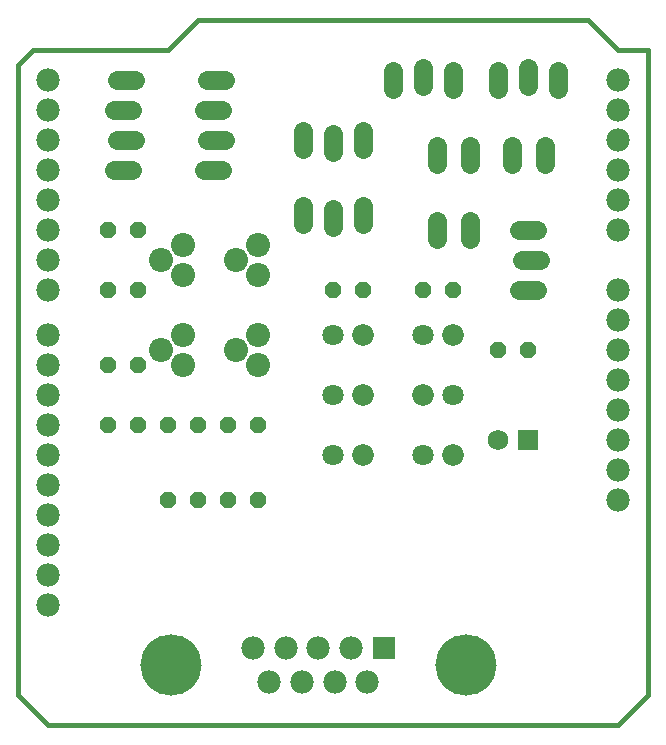
<source format=gbs>
G75*
%MOIN*%
%OFA0B0*%
%FSLAX24Y24*%
%IPPOS*%
%LPD*%
%AMOC8*
5,1,8,0,0,1.08239X$1,22.5*
%
%ADD10C,0.0160*%
%ADD11OC8,0.0560*%
%ADD12C,0.0707*%
%ADD13C,0.0721*%
%ADD14C,0.0806*%
%ADD15C,0.0690*%
%ADD16R,0.0690X0.0690*%
%ADD17C,0.0780*%
%ADD18R,0.0780X0.0780*%
%ADD19C,0.2040*%
%ADD20C,0.0640*%
D10*
X001500Y006252D02*
X000500Y007252D01*
X000500Y028252D01*
X001000Y028752D01*
X005500Y028752D01*
X006500Y029752D01*
X019500Y029752D01*
X020500Y028752D01*
X021500Y028752D01*
X021500Y007252D01*
X020500Y006252D01*
X001500Y006252D01*
D11*
X005500Y013752D03*
X006500Y013752D03*
X007500Y013752D03*
X008500Y013752D03*
X008500Y016252D03*
X007500Y016252D03*
X006500Y016252D03*
X005500Y016252D03*
X004500Y016252D03*
X003500Y016252D03*
X003500Y018252D03*
X004500Y018252D03*
X004500Y020752D03*
X003500Y020752D03*
X003500Y022752D03*
X004500Y022752D03*
X011000Y020752D03*
X012000Y020752D03*
X014000Y020752D03*
X015000Y020752D03*
X016500Y018752D03*
X017500Y018752D03*
D12*
X015000Y017252D03*
X014000Y015252D03*
X011000Y015252D03*
X011000Y017252D03*
X011000Y019252D03*
X014000Y019252D03*
D13*
X015000Y019252D03*
X014000Y017252D03*
X015000Y015252D03*
X012000Y015252D03*
X012000Y017252D03*
X012000Y019252D03*
D14*
X008500Y019252D03*
X007750Y018752D03*
X008500Y018252D03*
X008500Y021252D03*
X008500Y022252D03*
X007750Y021752D03*
X006000Y021252D03*
X005250Y021752D03*
X006000Y022252D03*
X006000Y019252D03*
X005250Y018752D03*
X006000Y018252D03*
D15*
X016500Y015752D03*
D16*
X017500Y015752D03*
D17*
X020500Y015752D03*
X020500Y014752D03*
X020500Y013752D03*
X020500Y016752D03*
X020500Y017752D03*
X020500Y018752D03*
X020500Y019752D03*
X020500Y020752D03*
X020500Y022752D03*
X020500Y023752D03*
X020500Y024752D03*
X020500Y025752D03*
X020500Y026752D03*
X020500Y027752D03*
X011591Y008811D03*
X012134Y007693D03*
X011043Y007693D03*
X010500Y008811D03*
X009957Y007693D03*
X009409Y008811D03*
X008866Y007693D03*
X008319Y008811D03*
X001500Y010252D03*
X001500Y011252D03*
X001500Y012252D03*
X001500Y013252D03*
X001500Y014252D03*
X001500Y015252D03*
X001500Y016252D03*
X001500Y017252D03*
X001500Y018252D03*
X001500Y019252D03*
X001500Y020752D03*
X001500Y021752D03*
X001500Y022752D03*
X001500Y023752D03*
X001500Y024752D03*
X001500Y025752D03*
X001500Y026752D03*
X001500Y027752D03*
D18*
X012681Y008811D03*
D19*
X015421Y008252D03*
X005579Y008252D03*
D20*
X014450Y022452D02*
X014450Y023052D01*
X015550Y023052D02*
X015550Y022452D01*
X017200Y022752D02*
X017800Y022752D01*
X017900Y021752D02*
X017300Y021752D01*
X017200Y020752D02*
X017800Y020752D01*
X018050Y024952D02*
X018050Y025552D01*
X016950Y025552D02*
X016950Y024952D01*
X015550Y024952D02*
X015550Y025552D01*
X014450Y025552D02*
X014450Y024952D01*
X015000Y027452D02*
X015000Y028052D01*
X014000Y028152D02*
X014000Y027552D01*
X013000Y027452D02*
X013000Y028052D01*
X012000Y026052D02*
X012000Y025452D01*
X011000Y025352D02*
X011000Y025952D01*
X010000Y026052D02*
X010000Y025452D01*
X010000Y023552D02*
X010000Y022952D01*
X011000Y022852D02*
X011000Y023452D01*
X012000Y023552D02*
X012000Y022952D01*
X007400Y025752D02*
X006800Y025752D01*
X006700Y026752D02*
X007300Y026752D01*
X007400Y027752D02*
X006800Y027752D01*
X006700Y024752D02*
X007300Y024752D01*
X004400Y025752D02*
X003800Y025752D01*
X003700Y026752D02*
X004300Y026752D01*
X004400Y027752D02*
X003800Y027752D01*
X003700Y024752D02*
X004300Y024752D01*
X016500Y027452D02*
X016500Y028052D01*
X017500Y028152D02*
X017500Y027552D01*
X018500Y027452D02*
X018500Y028052D01*
M02*

</source>
